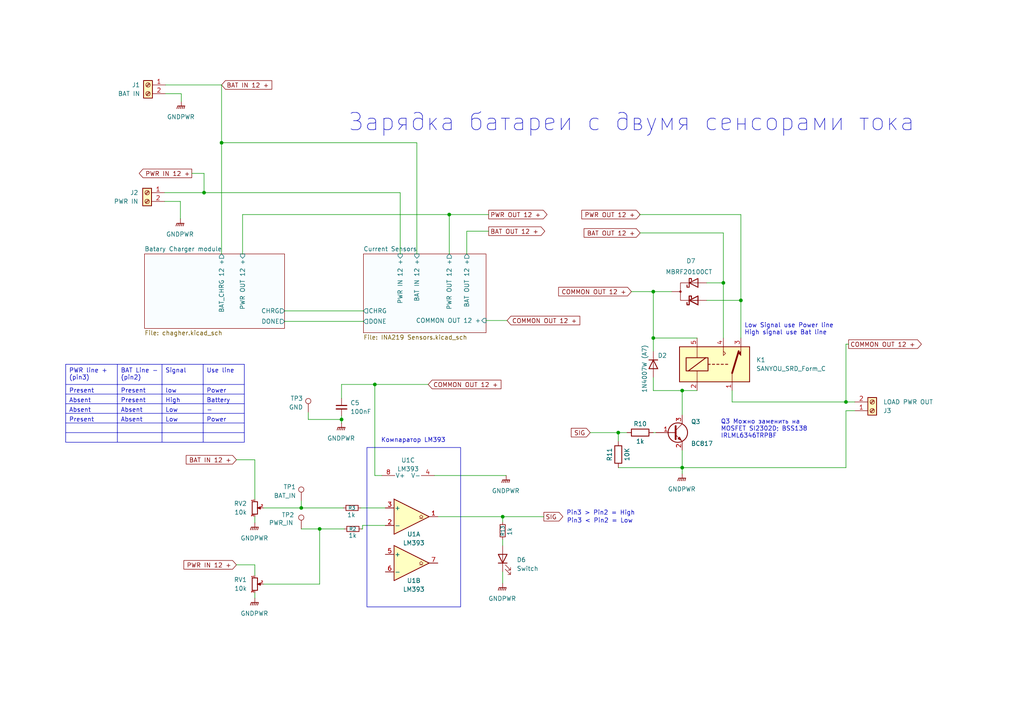
<source format=kicad_sch>
(kicad_sch (version 20250114) (generator "eeschema") (generator_version "9.0")
  (paper "A4")
  (lib_symbols
    (symbol "Comparator:LM393" (pin_names (offset 0.127))
      (property "Reference" "U" (at 3.81 3.81 0))
      (property "Value" "LM393" (at 6.35 -3.81 0))
      (symbol "LM393_1_1"
        (polyline (pts (xy -5.08 5.08) (xy 5.08 0) (xy -5.08 -5.08) (xy -5.08 5.08)) (stroke (width 0.254)) (fill (type background)))
        (polyline (pts (xy 3.302 -0.508) (xy 2.794 -0.508) (xy 3.302 0) (xy 2.794 0.508) (xy 2.286 0) (xy 2.794 -0.508) (xy 2.286 -0.508)) (stroke (width 0.127)))
        (pin input line (at -7.62 2.54 0) (length 2.54) (name "+") (number "3"))
        (pin input line (at -7.62 -2.54 0) (length 2.54) (name "-") (number "2"))
        (pin open_collector line (at 7.62 0 180) (length 2.54) (name "~") (number "1"))
      )
      (symbol "LM393_2_1"
        (polyline (pts (xy -5.08 5.08) (xy 5.08 0) (xy -5.08 -5.08) (xy -5.08 5.08)) (stroke (width 0.254)) (fill (type background)))
        (polyline (pts (xy 3.302 -0.508) (xy 2.794 -0.508) (xy 3.302 0) (xy 2.794 0.508) (xy 2.286 0) (xy 2.794 -0.508) (xy 2.286 -0.508)) (stroke (width 0.127)))
        (pin input line (at -7.62 2.54 0) (length 2.54) (name "+") (number "5"))
        (pin input line (at -7.62 -2.54 0) (length 2.54) (name "-") (number "6"))
        (pin open_collector line (at 7.62 0 180) (length 2.54) (name "~") (number "7"))
      )
      (symbol "LM393_3_1"
        (pin power_in line (at -2.54 7.62 270) (length 3.81) (name "V+") (number "8"))
        (pin power_in line (at -2.54 -7.62 90) (length 3.81) (name "V-") (number "4"))
      )
    )
    (symbol "Connector:Screw_Terminal_01x02" (pin_names (offset 1.016) (hide yes))
      (property "Reference" "J" (at 0 2.54 0))
      (property "Value" "Screw_Terminal_01x02" (at 0 -5.08 0))
      (symbol "Screw_Terminal_01x02_1_1"
        (rectangle (start -1.27 1.27) (end 1.27 -3.81) (stroke (width 0.254)) (fill (type background)))
        (polyline (pts (xy -0.5334 0.3302) (xy 0.3302 -0.508)) (stroke (width 0.1524)))
        (polyline (pts (xy -0.5334 -2.2098) (xy 0.3302 -3.048)) (stroke (width 0.1524)))
        (polyline (pts (xy -0.3556 0.508) (xy 0.508 -0.3302)) (stroke (width 0.1524)))
        (polyline (pts (xy -0.3556 -2.032) (xy 0.508 -2.8702)) (stroke (width 0.1524)))
        (circle (center 0 0) (radius 0.635) (stroke (width 0.1524)))
        (circle (center 0 -2.54) (radius 0.635) (stroke (width 0.1524)))
        (pin passive line (at -5.08 0 0) (length 3.81) (name "Pin_1") (number "1"))
        (pin passive line (at -5.08 -2.54 0) (length 3.81) (name "Pin_2") (number "2"))
      )
    )
    (symbol "Connector:TestPoint" (pin_numbers (hide yes)) (pin_names (offset 0.762) (hide yes))
      (property "Reference" "TP" (at 0 6.858 0))
      (property "Value" "TestPoint" (at 0 5.08 0))
      (symbol "TestPoint_0_1"
        (circle (center 0 3.302) (radius 0.762))
      )
      (symbol "TestPoint_1_1"
        (pin passive line (at 0 0 90) (length 2.54) (name "1") (number "1"))
      )
    )
    (symbol "Device:C_Small" (pin_numbers (hide yes)) (pin_names (offset 0.254) (hide yes))
      (property "Reference" "C" (at 0.254 1.778 0))
      (property "Value" "C_Small" (at 0.254 -2.032 0))
      (symbol "C_Small_0_1"
        (polyline (pts (xy -1.524 0.508) (xy 1.524 0.508)) (stroke (width 0.3048)))
        (polyline (pts (xy -1.524 -0.508) (xy 1.524 -0.508)) (stroke (width 0.3302)))
      )
      (symbol "C_Small_1_1"
        (pin passive line (at 0 2.54 270) (length 2.032) (name "~") (number "1"))
        (pin passive line (at 0 -2.54 90) (length 2.032) (name "~") (number "2"))
      )
    )
    (symbol "Device:D" (pin_numbers (hide yes)) (pin_names (offset 1.016) (hide yes))
      (property "Reference" "D" (at 0 2.54 0))
      (property "Value" "D" (at 0 -2.54 0))
      (symbol "D_0_1"
        (polyline (pts (xy -1.27 1.27) (xy -1.27 -1.27)) (stroke (width 0.254)))
        (polyline (pts (xy 1.27 1.27) (xy 1.27 -1.27) (xy -1.27 0) (xy 1.27 1.27)) (stroke (width 0.254)))
        (polyline (pts (xy 1.27 0) (xy -1.27 0)))
      )
      (symbol "D_1_1"
        (pin passive line (at -3.81 0 0) (length 2.54) (name "K") (number "1"))
        (pin passive line (at 3.81 0 180) (length 2.54) (name "A") (number "2"))
      )
    )
    (symbol "Device:LED" (pin_numbers (hide yes)) (pin_names (offset 1.016) (hide yes))
      (property "Reference" "D" (at 0 2.54 0))
      (property "Value" "LED" (at 0 -2.54 0))
      (symbol "LED_0_1"
        (polyline (pts (xy -3.048 -0.762) (xy -4.572 -2.286) (xy -3.81 -2.286) (xy -4.572 -2.286) (xy -4.572 -1.524)))
        (polyline (pts (xy -1.778 -0.762) (xy -3.302 -2.286) (xy -2.54 -2.286) (xy -3.302 -2.286) (xy -3.302 -1.524)))
        (polyline (pts (xy -1.27 0) (xy 1.27 0)))
        (polyline (pts (xy -1.27 -1.27) (xy -1.27 1.27)) (stroke (width 0.254)))
        (polyline (pts (xy 1.27 -1.27) (xy 1.27 1.27) (xy -1.27 0) (xy 1.27 -1.27)) (stroke (width 0.254)))
      )
      (symbol "LED_1_1"
        (pin passive line (at -3.81 0 0) (length 2.54) (name "K") (number "1"))
        (pin passive line (at 3.81 0 180) (length 2.54) (name "A") (number "2"))
      )
    )
    (symbol "Device:R" (pin_numbers (hide yes)) (pin_names (offset 0))
      (property "Reference" "R" (at 2.032 0 90))
      (property "Value" "R" (at 0 0 90))
      (symbol "R_0_1"
        (rectangle (start -1.016 -2.54) (end 1.016 2.54) (stroke (width 0.254)))
      )
      (symbol "R_1_1"
        (pin passive line (at 0 3.81 270) (length 1.27) (name "~") (number "1"))
        (pin passive line (at 0 -3.81 90) (length 1.27) (name "~") (number "2"))
      )
    )
    (symbol "Device:R_Potentiometer_Small" (pin_names (offset 1.016) (hide yes))
      (property "Reference" "RV" (at -4.445 0 90))
      (property "Value" "R_Potentiometer_Small" (at -2.54 0 90))
      (symbol "R_Potentiometer_Small_0_1"
        (rectangle (start 0.762 1.8034) (end -0.762 -1.8034) (stroke (width 0.254)))
        (polyline (pts (xy 0.889 0) (xy 0.635 0) (xy 1.651 0.381) (xy 1.651 -0.381) (xy 0.635 0) (xy 0.889 0)) (fill (type outline)))
      )
      (symbol "R_Potentiometer_Small_1_1"
        (pin passive line (at 0 2.54 270) (length 0.635) (name "1") (number "1"))
        (pin passive line (at 0 -2.54 90) (length 0.635) (name "3") (number "3"))
        (pin passive line (at 2.54 0 180) (length 0.9906) (name "2") (number "2"))
      )
    )
    (symbol "Device:R_Small" (pin_numbers (hide yes)) (pin_names (offset 0.254) (hide yes))
      (property "Reference" "R" (at 0 0 90))
      (property "Value" "R_Small" (at 1.778 0 90))
      (symbol "R_Small_0_1"
        (rectangle (start -0.762 1.778) (end 0.762 -1.778) (stroke (width 0.2032)))
      )
      (symbol "R_Small_1_1"
        (pin passive line (at 0 2.54 270) (length 0.762) (name "~") (number "1"))
        (pin passive line (at 0 -2.54 90) (length 0.762) (name "~") (number "2"))
      )
    )
    (symbol "Diode:C3D20065D" (pin_numbers (hide yes)) (pin_names (offset 1.016) (hide yes))
      (property "Reference" "D" (at 0 5.08 0))
      (property "Value" "C3D20065D" (at 0 -5.08 0))
      (symbol "C3D20065D_0_1"
        (polyline (pts (xy -2.54 2.54) (xy 0 2.54)))
        (polyline (pts (xy -2.54 1.27) (xy -2.54 3.81) (xy 0 2.54) (xy -2.54 1.27)) (stroke (width 0.254)))
        (polyline (pts (xy -2.54 -2.54) (xy 0 -2.54)))
        (polyline (pts (xy -2.54 -2.54) (xy 0 -2.54)))
        (polyline (pts (xy -2.54 -3.81) (xy -2.54 -1.27) (xy 0 -2.54) (xy -2.54 -3.81)) (stroke (width 0.254)))
        (polyline (pts (xy -2.54 -3.81) (xy -2.54 -1.27) (xy 0 -2.54) (xy -2.54 -3.81)) (stroke (width 0.254)))
        (polyline (pts (xy 0 2.54) (xy 2.54 2.54) (xy 2.54 -2.54) (xy 0 -2.54)))
        (polyline (pts (xy 0.635 1.905) (xy 0.635 1.27) (xy 0 1.27) (xy 0 3.81) (xy -0.635 3.81) (xy -0.635 3.175)) (stroke (width 0.254)))
        (polyline (pts (xy 0.635 -3.175) (xy 0.635 -3.81) (xy 0 -3.81) (xy 0 -1.27) (xy -0.635 -1.27) (xy -0.635 -1.905)) (stroke (width 0.254)))
        (polyline (pts (xy 0.635 -3.175) (xy 0.635 -3.81) (xy 0 -3.81) (xy 0 -1.27) (xy -0.635 -1.27) (xy -0.635 -1.905)) (stroke (width 0.254)))
        (circle (center 2.54 0) (radius 0.254) (fill (type outline)))
      )
      (symbol "C3D20065D_1_1"
        (pin passive line (at -5.08 2.54 0) (length 2.54) (name "A1") (number "1"))
        (pin passive line (at -5.08 -2.54 0) (length 2.54) (name "A2") (number "3"))
        (pin passive line (at 5.08 0 180) (length 2.54) (name "K") (number "2"))
      )
    )
    (symbol "Relay_Local:SANYOU_SRD_Form_C"
      (property "Reference" "K" (at 11.43 3.81 0))
      (property "Value" "SANYOU_SRD_Form_C" (at 11.43 1.27 0))
      (symbol "SANYOU_SRD_Form_C_0_1"
        (rectangle (start -10.16 5.08) (end 10.16 -5.08) (stroke (width 0.254)) (fill (type background)))
        (rectangle (start -8.255 1.905) (end -1.905 -1.905) (stroke (width 0.254)))
        (polyline (pts (xy -7.62 -1.905) (xy -2.54 1.905)) (stroke (width 0.254)))
        (polyline (pts (xy -5.08 5.08) (xy -5.08 1.905)))
        (polyline (pts (xy -5.08 -5.08) (xy -5.08 -1.905)))
        (polyline (pts (xy -1.905 0) (xy -1.27 0)) (stroke (width 0.254)))
        (polyline (pts (xy -0.635 0) (xy 0 0)) (stroke (width 0.254)))
        (polyline (pts (xy 0.635 0) (xy 1.27 0)) (stroke (width 0.254)))
        (polyline (pts (xy 1.905 0) (xy 2.54 0)) (stroke (width 0.254)))
        (polyline (pts (xy 3.175 0) (xy 3.81 0)) (stroke (width 0.254)))
        (polyline (pts (xy 5.08 -2.54) (xy 5.08 -5.08)))
        (polyline (pts (xy 5.08 -2.54) (xy 6.985 3.81)) (stroke (width 0.508)))
      )
      (symbol "SANYOU_SRD_Form_C_1_0"
        (polyline (pts (xy 7.62 5.08) (xy 7.62 2.54) (xy 6.985 3.175) (xy 7.62 3.81)) (fill (type outline)))
      )
      (symbol "SANYOU_SRD_Form_C_1_1"
        (polyline (pts (xy 2.54 3.81) (xy 3.175 3.175) (xy 2.54 2.54) (xy 2.54 5.08)))
        (pin passive line (at -5.08 7.62 270) (length 2.54) (name "~") (number "5"))
        (pin passive line (at -5.08 -7.62 90) (length 2.54) (name "~") (number "2"))
        (pin passive line (at 2.54 7.62 270) (length 2.54) (name "~") (number "4"))
        (pin passive line (at 5.08 -7.62 90) (length 2.54) (name "~") (number "1"))
        (pin passive line (at 7.62 7.62 270) (length 2.54) (name "~") (number "3"))
      )
    )
    (symbol "Transistor_BJT:BC817" (pin_names (offset 0) (hide yes))
      (property "Reference" "Q" (at 5.08 1.905 0))
      (property "Value" "BC817" (at 5.08 0 0))
      (symbol "BC817_0_1"
        (polyline (pts (xy 0.635 1.905) (xy 0.635 -1.905) (xy 0.635 -1.905)) (stroke (width 0.508)))
        (polyline (pts (xy 0.635 0.635) (xy 2.54 2.54)))
        (polyline (pts (xy 0.635 -0.635) (xy 2.54 -2.54) (xy 2.54 -2.54)))
        (circle (center 1.27 0) (radius 2.8194) (stroke (width 0.254)))
        (polyline (pts (xy 1.27 -1.778) (xy 1.778 -1.27) (xy 2.286 -2.286) (xy 1.27 -1.778) (xy 1.27 -1.778)) (fill (type outline)))
      )
      (symbol "BC817_1_1"
        (pin input line (at -5.08 0 0) (length 5.715) (name "B") (number "1"))
        (pin passive line (at 2.54 5.08 270) (length 2.54) (name "C") (number "3"))
        (pin passive line (at 2.54 -5.08 90) (length 2.54) (name "E") (number "2"))
      )
    )
    (symbol "power:GNDPWR" (power) (pin_numbers (hide yes)) (pin_names (offset 0) (hide yes))
      (property "Value" "GNDPWR" (at 0 -3.302 0))
      (symbol "GNDPWR_0_1"
        (polyline (pts (xy -1.016 -1.27) (xy -1.27 -2.032) (xy -1.27 -2.032)) (stroke (width 0.2032)))
        (polyline (pts (xy -0.508 -1.27) (xy -0.762 -2.032) (xy -0.762 -2.032)) (stroke (width 0.2032)))
        (polyline (pts (xy 0 -1.27) (xy 0 0)))
        (polyline (pts (xy 0 -1.27) (xy -0.254 -2.032) (xy -0.254 -2.032)) (stroke (width 0.2032)))
        (polyline (pts (xy 0.508 -1.27) (xy 0.254 -2.032) (xy 0.254 -2.032)) (stroke (width 0.2032)))
        (polyline (pts (xy 1.016 -1.27) (xy -1.016 -1.27) (xy -1.016 -1.27)) (stroke (width 0.2032)))
        (polyline (pts (xy 1.016 -1.27) (xy 0.762 -2.032) (xy 0.762 -2.032) (xy 0.762 -2.032)) (stroke (width 0.2032)))
      )
      (symbol "GNDPWR_1_1"
        (pin power_in line (at 0 0 270) (length 0) (name "~") (number "1"))
      )
    )
  )
  (rectangle (start 106.426 129.794) (end 133.604 176.022))
  (text "Компаратор LM393" (at 119.888 127.762 0) (effects (font (size 1.27 1.27))))
  (text "Pin3 > Pin2 = High" (at 174.244 148.844 0) (effects (font (size 1.27 1.27))))
  (text "Зарядка батареи с двумя сенсорами тока" (at 183.134 35.56 0) (effects (font (size 5 5))))
  (text "Q3 Можно заменить на \nMOSFET SI2302D; BSS138\nIRLML6346TRPBF" (at 209.042 127.254 0) (effects (font (size 1.27 1.27)) (justify left bottom)))
  (text "Low Signal use Power line\nHigh signal use Bat line" (at 215.9 97.282 0) (effects (font (size 1.27 1.27)) (justify left bottom)))
  (text "Bat > PWR Signal High" (at -36.068 105.918 0) (effects (font (size 1.27 1.27)) (justify left bottom)))
  (text "Pin3 > Pin2 Signal High" (at -36.576 108.712 0) (effects (font (size 1.27 1.27)) (justify left bottom)))
  (text "PWR > BAT Signal Low" (at -36.322 112.014 0) (effects (font (size 1.27 1.27)) (justify left bottom)))
  (text "Pin3 < Pin2 Signal High" (at -36.83 114.808 0) (effects (font (size 1.27 1.27)) (justify left bottom)))
  (text "Pin3 < Pin2 = Low" (at 173.99 151.13 0) (effects (font (size 1.27 1.27))))
  (junction (at 245.364 116.586))
  (junction (at 189.484 84.582))
  (junction (at 209.804 82.042))
  (junction (at 87.376 147.32))
  (junction (at 92.71 153.416))
  (junction (at 197.866 113.284))
  (junction (at 189.484 98.044))
  (junction (at 130.302 62.23))
  (junction (at 197.866 135.636))
  (junction (at 99.06 121.666))
  (junction (at 64.262 41.402))
  (junction (at 108.712 111.506))
  (junction (at 214.884 87.122))
  (junction (at 59.182 55.88))
  (junction (at 145.796 149.86))
  (junction (at 179.324 125.476))
  (wire (pts (xy 108.712 111.506) (xy 124.206 111.506)))
  (wire (pts (xy 204.978 87.122) (xy 214.884 87.122)))
  (wire (pts (xy 140.97 92.964) (xy 147.066 92.964)))
  (wire (pts (xy 135.382 67.056) (xy 135.382 73.66)))
  (wire (pts (xy 245.364 119.126) (xy 247.904 119.126)))
  (wire (pts (xy 70.358 62.23) (xy 70.358 73.66)))
  (wire (pts (xy 99.06 121.666) (xy 99.06 122.682)))
  (wire (pts (xy 104.648 147.32) (xy 111.76 147.32)))
  (wire (pts (xy 59.182 50.292) (xy 55.626 50.292)))
  (wire (pts (xy 73.914 133.35) (xy 73.914 144.78)))
  (wire (pts (xy 92.71 153.416) (xy 99.822 153.416)))
  (wire (pts (xy 125.984 137.922) (xy 146.812 137.922)))
  (wire (pts (xy 105.156 153.416) (xy 105.156 152.4)))
  (wire (pts (xy 209.804 82.042) (xy 209.804 98.044)))
  (wire (pts (xy 145.796 165.862) (xy 145.796 169.164)))
  (wire (pts (xy 99.06 111.506) (xy 108.712 111.506)))
  (wire (pts (xy 87.376 145.288) (xy 87.376 147.32)))
  (wire (pts (xy 59.182 55.88) (xy 116.078 55.88)))
  (wire (pts (xy 47.752 58.42) (xy 52.324 58.42)))
  (wire (pts (xy 209.804 67.564) (xy 209.804 82.042)))
  (wire (pts (xy 76.454 169.418) (xy 92.71 169.418)))
  (wire (pts (xy 214.884 62.23) (xy 214.884 87.122)))
  (wire (pts (xy 214.884 87.122) (xy 214.884 98.044)))
  (wire (pts (xy 47.752 55.88) (xy 59.182 55.88)))
  (wire (pts (xy 197.866 113.284) (xy 189.484 113.284)))
  (wire (pts (xy 145.796 149.86) (xy 157.734 149.86)))
  (wire (pts (xy 87.376 147.32) (xy 99.568 147.32)))
  (wire (pts (xy 89.408 121.666) (xy 99.06 121.666)))
  (wire (pts (xy 212.344 113.284) (xy 212.344 116.586)))
  (wire (pts (xy 64.262 41.402) (xy 64.262 73.66)))
  (wire (pts (xy 245.364 119.126) (xy 245.364 135.636)))
  (wire (pts (xy 204.978 82.042) (xy 209.804 82.042)))
  (wire (pts (xy 179.324 135.636) (xy 197.866 135.636)))
  (wire (pts (xy 64.262 24.638) (xy 64.262 41.402)))
  (wire (pts (xy 64.262 41.402) (xy 120.904 41.402)))
  (wire (pts (xy 194.818 84.582) (xy 189.484 84.582)))
  (wire (pts (xy 245.364 99.822) (xy 245.364 116.586)))
  (wire (pts (xy 171.196 125.476) (xy 179.324 125.476)))
  (wire (pts (xy 185.674 67.564) (xy 209.804 67.564)))
  (wire (pts (xy 82.55 90.17) (xy 105.41 90.17)))
  (wire (pts (xy 68.58 163.83) (xy 73.914 163.83)))
  (wire (pts (xy 130.302 62.23) (xy 130.302 73.66)))
  (wire (pts (xy 105.156 152.4) (xy 111.76 152.4)))
  (wire (pts (xy 108.712 137.922) (xy 110.744 137.922)))
  (wire (pts (xy 59.182 50.292) (xy 59.182 55.88)))
  (wire (pts (xy 73.914 149.86) (xy 73.914 151.638)))
  (wire (pts (xy 189.484 98.044) (xy 189.484 101.854)))
  (wire (pts (xy 135.382 67.056) (xy 141.732 67.056)))
  (wire (pts (xy 212.344 116.586) (xy 245.364 116.586)))
  (wire (pts (xy 197.866 135.636) (xy 245.364 135.636)))
  (wire (pts (xy 64.262 24.638) (xy 48.006 24.638)))
  (wire (pts (xy 127 149.86) (xy 145.796 149.86)))
  (wire (pts (xy 73.914 163.83) (xy 73.914 166.878)))
  (wire (pts (xy 52.324 58.42) (xy 52.324 63.5)))
  (wire (pts (xy 76.454 147.32) (xy 87.376 147.32)))
  (wire (pts (xy 73.914 171.958) (xy 73.914 173.482)))
  (wire (pts (xy 189.484 113.284) (xy 189.484 109.474)))
  (wire (pts (xy 82.55 93.218) (xy 105.41 93.218)))
  (wire (pts (xy 185.42 62.23) (xy 214.884 62.23)))
  (wire (pts (xy 130.302 62.23) (xy 70.358 62.23)))
  (wire (pts (xy 145.796 149.86) (xy 145.796 151.384)))
  (wire (pts (xy 197.866 137.414) (xy 197.866 135.636)))
  (wire (pts (xy 179.324 125.476) (xy 179.324 128.016)))
  (wire (pts (xy 104.902 153.416) (xy 105.156 153.416)))
  (wire (pts (xy 183.134 84.582) (xy 189.484 84.582)))
  (wire (pts (xy 48.006 27.178) (xy 52.578 27.178)))
  (wire (pts (xy 99.06 111.506) (xy 99.06 115.57)))
  (wire (pts (xy 179.324 125.476) (xy 181.864 125.476)))
  (wire (pts (xy 245.364 116.586) (xy 247.904 116.586)))
  (wire (pts (xy 141.732 62.23) (xy 130.302 62.23)))
  (wire (pts (xy 197.866 113.284) (xy 197.866 120.396)))
  (wire (pts (xy 120.904 41.402) (xy 120.904 73.66)))
  (wire (pts (xy 189.484 125.476) (xy 190.246 125.476)))
  (wire (pts (xy 87.376 153.416) (xy 92.71 153.416)))
  (wire (pts (xy 202.184 113.284) (xy 197.866 113.284)))
  (wire (pts (xy 108.712 111.506) (xy 108.712 137.922)))
  (wire (pts (xy 92.71 153.416) (xy 92.71 169.418)))
  (wire (pts (xy 68.58 133.35) (xy 73.914 133.35)))
  (wire (pts (xy 116.078 55.88) (xy 116.078 73.66)))
  (wire (pts (xy 145.796 156.464) (xy 145.796 158.242)))
  (wire (pts (xy 89.408 119.634) (xy 89.408 121.666)))
  (wire (pts (xy 197.866 130.556) (xy 197.866 135.636)))
  (wire (pts (xy 245.364 99.822) (xy 246.126 99.822)))
  (wire (pts (xy 189.484 84.582) (xy 189.484 98.044)))
  (wire (pts (xy 99.06 120.65) (xy 99.06 121.666)))
  (wire (pts (xy 52.578 27.178) (xy 52.578 29.464)))
  (wire (pts (xy 189.484 98.044) (xy 202.184 98.044)))
  (table (column_count 4) (border (external yes) (header yes)) (separators (rows yes) (cols yes)) (column_widths 14.986 12.954 11.938 11.938) (row_heights 5.842 2.794 2.794 2.794 2.794 2.794 2.794) (cells (table_cell "PWR line + (pin3)" (at 19.05 105.664 0) (size 14.986 5.842) (margins 0.9525 0.9525 0.9525 0.9525) (span 1 1)) (table_cell "BAT Line - (pin2)" (at 34.036 105.664 0) (size 12.954 5.842) (margins 0.9525 0.9525 0.9525 0.9525) (span 1 1)) (table_cell "Signal" (at 46.99 105.664 0) (size 11.938 5.842) (margins 0.9525 0.9525 0.9525 0.9525) (span 1 1)) (table_cell "Use line" (at 58.928 105.664 0) (size 11.938 5.842) (margins 0.9525 0.9525 0.9525 0.9525) (span 1 1)) (table_cell "Present" (at 19.05 111.506 0) (size 14.986 2.794) (margins 0.9525 0.9525 0.9525 0.9525) (span 1 1)) (table_cell "Present" (at 34.036 111.506 0) (size 12.954 2.794) (margins 0.9525 0.9525 0.9525 0.9525) (span 1 1)) (table_cell "low" (at 46.99 111.506 0) (size 11.938 2.794) (margins 0.9525 0.9525 0.9525 0.9525) (span 1 1)) (table_cell "Power" (at 58.928 111.506 0) (size 11.938 2.794) (margins 0.9525 0.9525 0.9525 0.9525) (span 1 1)) (table_cell "Absent" (at 19.05 114.3 0) (size 14.986 2.794) (margins 0.9525 0.9525 0.9525 0.9525) (span 1 1)) (table_cell "Present" (at 34.036 114.3 0) (size 12.954 2.794) (margins 0.9525 0.9525 0.9525 0.9525) (span 1 1)) (table_cell "High" (at 46.99 114.3 0) (size 11.938 2.794) (margins 0.9525 0.9525 0.9525 0.9525) (span 1 1)) (table_cell "Battery" (at 58.928 114.3 0) (size 11.938 2.794) (margins 0.9525 0.9525 0.9525 0.9525) (span 1 1)) (table_cell "Absent" (at 19.05 117.094 0) (size 14.986 2.794) (margins 0.9525 0.9525 0.9525 0.9525) (span 1 1)) (table_cell "Absent" (at 34.036 117.094 0) (size 12.954 2.794) (margins 0.9525 0.9525 0.9525 0.9525) (span 1 1)) (table_cell "Low" (at 46.99 117.094 0) (size 11.938 2.794) (margins 0.9525 0.9525 0.9525 0.9525) (span 1 1)) (table_cell "-" (at 58.928 117.094 0) (size 11.938 2.794) (margins 0.9525 0.9525 0.9525 0.9525) (span 1 1)) (table_cell "Present" (at 19.05 119.888 0) (size 14.986 2.794) (margins 0.9525 0.9525 0.9525 0.9525) (span 1 1)) (table_cell "Absent" (at 34.036 119.888 0) (size 12.954 2.794) (margins 0.9525 0.9525 0.9525 0.9525) (span 1 1)) (table_cell "Low" (at 46.99 119.888 0) (size 11.938 2.794) (margins 0.9525 0.9525 0.9525 0.9525) (span 1 1)) (table_cell "Power" (at 58.928 119.888 0) (size 11.938 2.794) (margins 0.9525 0.9525 0.9525 0.9525) (span 1 1)) (table_cell "" (at 19.05 122.682 0) (size 14.986 2.794) (margins 0.9525 0.9525 0.9525 0.9525) (span 1 1)) (table_cell "" (at 34.036 122.682 0) (size 12.954 2.794) (margins 0.9525 0.9525 0.9525 0.9525) (span 1 1)) (table_cell "" (at 46.99 122.682 0) (size 11.938 2.794) (margins 0.9525 0.9525 0.9525 0.9525) (span 1 1)) (table_cell "" (at 58.928 122.682 0) (size 11.938 2.794) (margins 0.9525 0.9525 0.9525 0.9525) (span 1 1)) (table_cell "" (at 19.05 125.476 0) (size 14.986 2.794) (margins 0.9525 0.9525 0.9525 0.9525) (span 1 1)) (table_cell "" (at 34.036 125.476 0) (size 12.954 2.794) (margins 0.9525 0.9525 0.9525 0.9525) (span 1 1)) (table_cell "" (at 46.99 125.476 0) (size 11.938 2.794) (margins 0.9525 0.9525 0.9525 0.9525) (span 1 1)) (table_cell "" (at 58.928 125.476 0) (size 11.938 2.794) (margins 0.9525 0.9525 0.9525 0.9525) (span 1 1))))
  (global_label "BAT IN 12 +" (shape input) (at 64.262 24.638 0) (property "Intersheetrefs" "${INTERSHEET_REFS}" (effects (hide yes))))
  (global_label "SIG" (shape output) (at 157.734 149.86 0) (property "Intersheetrefs" "${INTERSHEET_REFS}" (effects (hide yes))))
  (global_label "SIG" (shape input) (at 171.196 125.476 180) (property "Intersheetrefs" "${INTERSHEET_REFS}" (effects (hide yes))))
  (global_label "BAT OUT 12 +" (shape output) (at 141.732 67.056 0) (property "Intersheetrefs" "${INTERSHEET_REFS}" (effects (hide yes))))
  (global_label "PWR IN 12 +" (shape output) (at 55.626 50.292 180) (property "Intersheetrefs" "${INTERSHEET_REFS}" (effects (hide yes))))
  (global_label "COMMON OUT 12 +" (shape output) (at 246.126 99.822 0) (property "Intersheetrefs" "${INTERSHEET_REFS}" (effects (hide yes))))
  (global_label "COMMON OUT 12 +" (shape input) (at 147.066 92.964 0) (property "Intersheetrefs" "${INTERSHEET_REFS}" (effects (hide yes))))
  (global_label "COMMON OUT 12 +" (shape input) (at 124.206 111.506 0) (property "Intersheetrefs" "${INTERSHEET_REFS}" (effects (hide yes))))
  (global_label "PWR IN 12 +" (shape input) (at 68.58 163.83 180) (property "Intersheetrefs" "${INTERSHEET_REFS}" (effects (hide yes))))
  (global_label "BAT OUT 12 +" (shape input) (at 185.674 67.564 180) (property "Intersheetrefs" "${INTERSHEET_REFS}" (effects (hide yes))))
  (global_label "PWR OUT 12 +" (shape output) (at 141.732 62.23 0) (property "Intersheetrefs" "${INTERSHEET_REFS}" (effects (hide yes))))
  (global_label "COMMON OUT 12 +" (shape input) (at 183.134 84.582 180) (property "Intersheetrefs" "${INTERSHEET_REFS}" (effects (hide yes))))
  (global_label "PWR OUT 12 +" (shape input) (at 185.674 62.23 180) (property "Intersheetrefs" "${INTERSHEET_REFS}" (effects (hide yes))))
  (global_label "BAT IN 12 +" (shape input) (at 68.58 133.35 180) (property "Intersheetrefs" "${INTERSHEET_REFS}" (effects (hide yes))))
  (symbol (lib_id "power:GNDPWR") (at 73.914 173.482 0) (unit 1)
    (property "Reference" "#PWR011" (effects (hide yes)))
    (property "Value" "GNDPWR" (at 73.787 177.927 0))
    (property "Description" "Power symbol creates a global label with name \"GNDPWR\" , global ground" (effects (hide yes)))
  )
  (symbol (lib_id "Device:D") (at 189.484 105.664 270) (unit 1)
    (property "Reference" "D2" (at 190.754 103.124 90) (effects (justify left)))
    (property "Value" "1N4007W (A7)" (at 186.944 99.949 0) (effects (justify left)))
    (property "Footprint" "Diode_SMD:D_SOD-123F" (effects (hide yes)))
  )
  (symbol (lib_id "Transistor_BJT:BC817") (at 195.326 125.476 0) (unit 1)
    (property "Reference" "Q3" (at 200.406 122.301 0) (effects (justify left)))
    (property "Value" "BC817" (at 200.406 128.651 0) (effects (justify left)))
    (property "Footprint" "Package_TO_SOT_SMD:SOT-23" (effects (hide yes)))
    (property "Datasheet" "https://www.onsemi.com/pub/Collateral/BC818-D.pdf" (effects (hide yes)))
  )
  (symbol (lib_id "Device:R") (at 179.324 131.826 180) (unit 1)
    (property "Reference" "R11" (at 176.784 131.826 90))
    (property "Value" "10K" (at 181.864 131.826 90))
    (property "Footprint" "Resistor_SMD:R_0805_2012Metric_Pad1.20x1.40mm_HandSolder" (effects (hide yes)))
  )
  (symbol (lib_id "power:GNDPWR") (at 99.06 122.682 0) (unit 1)
    (property "Reference" "#PWR016" (effects (hide yes)))
    (property "Value" "GNDPWR" (at 98.933 127.127 0))
    (property "Description" "Power symbol creates a global label with name \"GNDPWR\" , global ground" (effects (hide yes)))
  )
  (symbol (lib_id "Device:C_Small") (at 99.06 118.11 0) (unit 1)
    (property "Reference" "C5" (at 101.6 116.8462 0) (effects (justify left)))
    (property "Value" "100nF" (at 101.6 119.3862 0) (effects (justify left)))
    (property "Footprint" "Capacitor_SMD:C_0805_2012Metric_Pad1.18x1.45mm_HandSolder" (effects (hide yes)))
    (property "Description" "Unpolarized capacitor, small symbol" (effects (hide yes)))
  )
  (symbol (lib_id "Device:LED") (at 145.796 162.052 90) (unit 1)
    (property "Reference" "D6" (at 149.86 162.3694 90) (effects (justify right)))
    (property "Value" "Switch" (at 149.86 164.9094 90) (effects (justify right)))
    (property "Footprint" "LED_SMD:LED_0603_1608Metric_Pad1.05x0.95mm_HandSolder" (effects (hide yes)))
    (property "Description" "Light emitting diode" (effects (hide yes)))
    (property "Sim.Pins" "1=K 2=A" (effects (hide yes)))
  )
  (symbol (lib_id "power:GNDPWR") (at 145.796 169.164 0) (unit 1)
    (property "Reference" "#PWR017" (effects (hide yes)))
    (property "Value" "GNDPWR" (at 145.669 173.609 0))
    (property "Description" "Power symbol creates a global label with name \"GNDPWR\" , global ground" (effects (hide yes)))
  )
  (symbol (lib_id "power:GNDPWR") (at 52.324 63.5 0) (unit 1)
    (property "Reference" "#PWR06" (effects (hide yes)))
    (property "Value" "GNDPWR" (at 52.197 67.945 0))
    (property "Description" "Power symbol creates a global label with name \"GNDPWR\" , global ground" (effects (hide yes)))
  )
  (symbol (lib_id "Device:R_Potentiometer_Small") (at 73.914 169.418 0) (unit 1)
    (property "Reference" "RV1" (at 71.628 168.1479 0) (effects (justify right)))
    (property "Value" "10k" (at 71.628 170.6879 0) (effects (justify right)))
    (property "Footprint" "Potentiometer_THT:Potentiometer_Bourns_3296W_Vertical" (effects (hide yes)))
    (property "Description" "Potentiometer" (effects (hide yes)))
  )
  (symbol (lib_id "power:GNDPWR") (at 73.914 151.638 0) (unit 1)
    (property "Reference" "#PWR09" (effects (hide yes)))
    (property "Value" "GNDPWR" (at 73.787 156.083 0))
    (property "Description" "Power symbol creates a global label with name \"GNDPWR\" , global ground" (effects (hide yes)))
  )
  (symbol (lib_id "Connector:TestPoint") (at 89.408 119.634 0) (mirror y) (unit 1)
    (property "Reference" "TP3" (at 87.884 115.57 0) (effects (justify left)))
    (property "Value" "GND" (at 87.884 118.11 0) (effects (justify left)))
    (property "Footprint" "TestPoint:TestPoint_Loop_D2.50mm_Drill1.85mm" (effects (hide yes)))
    (property "Description" "test point" (effects (hide yes)))
  )
  (symbol (lib_id "power:GNDPWR") (at 146.812 137.922 0) (unit 1)
    (property "Reference" "#PWR08" (effects (hide yes)))
    (property "Value" "GNDPWR" (at 146.685 142.367 0))
    (property "Description" "Power symbol creates a global label with name \"GNDPWR\" , global ground" (effects (hide yes)))
  )
  (symbol (lib_id "Device:R_Small") (at 102.108 147.32 270) (mirror x) (unit 1)
    (property "Reference" "R3" (at 103.124 147.32 90) (effects (font (size 1.016 1.016)) (justify right)))
    (property "Value" "1k" (at 103.124 149.352 90) (effects (justify right)))
    (property "Footprint" "Resistor_SMD:R_0805_2012Metric_Pad1.20x1.40mm_HandSolder" (effects (hide yes)))
    (property "Description" "Resistor, small symbol" (effects (hide yes)))
  )
  (symbol (lib_id "Connector:Screw_Terminal_01x02") (at 252.984 119.126 0) (mirror x) (unit 1)
    (property "Reference" "J3" (at 256.159 119.1261 0) (effects (justify left)))
    (property "Value" "LOAD PWR OUT" (at 256.159 116.5861 0) (effects (justify left)))
    (property "Footprint" "TerminalBlock_Local:ScrewTerminal_KF7.62_2P" (effects (hide yes)))
    (property "Description" "Generic screw terminal, single row, 01x02, script generated (kicad-library-utils/schlib/autogen/connector/)" (effects (hide yes)))
  )
  (symbol (lib_id "Connector:TestPoint") (at 87.376 153.416 0) (unit 1)
    (property "Reference" "TP2" (at 85.344 149.352 0) (effects (justify right)))
    (property "Value" "PWR_IN" (at 85.09 151.638 0) (effects (justify right)))
    (property "Footprint" "TestPoint:TestPoint_Loop_D2.50mm_Drill1.85mm" (effects (hide yes)))
    (property "Description" "test point" (effects (hide yes)))
  )
  (symbol (lib_id "Device:R") (at 185.674 125.476 90) (unit 1)
    (property "Reference" "R10" (at 185.674 122.936 90))
    (property "Value" "1k" (at 185.674 128.016 90))
    (property "Footprint" "Resistor_SMD:R_0805_2012Metric_Pad1.20x1.40mm_HandSolder" (effects (hide yes)))
  )
  (symbol (lib_id "Connector:Screw_Terminal_01x02") (at 42.672 55.88 0) (mirror y) (unit 1)
    (property "Reference" "J2" (at 40.132 55.8799 0) (effects (justify left)))
    (property "Value" "PWR IN" (at 40.132 58.4199 0) (effects (justify left)))
    (property "Footprint" "TerminalBlock_Local:ScrewTerminal_KF7.62_2P" (effects (hide yes)))
    (property "Description" "Generic screw terminal, single row, 01x02, script generated (kicad-library-utils/schlib/autogen/connector/)" (effects (hide yes)))
  )
  (symbol (lib_id "Device:R_Small") (at 145.796 153.924 0) (mirror y) (unit 1)
    (property "Reference" "R13" (at 145.796 152.4 90) (effects (font (size 1.016 1.016)) (justify right)))
    (property "Value" "1k" (at 147.828 152.908 90) (effects (justify right)))
    (property "Footprint" "Resistor_SMD:R_0805_2012Metric_Pad1.20x1.40mm_HandSolder" (effects (hide yes)))
    (property "Description" "Resistor, small symbol" (effects (hide yes)))
  )
  (symbol (lib_id "Comparator:LM393") (at 119.38 149.86 0) (unit 1)
    (property "Reference" "U1" (at 120.015 154.94 0))
    (property "Value" "LM393" (at 120.015 157.48 0))
    (property "Footprint" "Package_SO:SOP-8_3.76x4.96mm_P1.27mm" (effects (hide yes)))
    (property "Datasheet" "http://www.ti.com/lit/ds/symlink/lm393.pdf" (effects (hide yes)))
    (property "Description" "Low-Power, Low-Offset Voltage, Dual Comparators, DIP-8/SOIC-8/TO-99-8" (effects (hide yes)))
  )
  (symbol (lib_id "Connector:TestPoint") (at 87.376 145.288 0) (mirror y) (unit 1)
    (property "Reference" "TP1" (at 85.852 141.224 0) (effects (justify left)))
    (property "Value" "BAT_IN" (at 85.852 143.764 0) (effects (justify left)))
    (property "Footprint" "TestPoint:TestPoint_Loop_D2.50mm_Drill1.85mm" (effects (hide yes)))
    (property "Description" "test point" (effects (hide yes)))
  )
  (symbol (lib_id "Diode:C3D20065D") (at 199.898 84.582 0) (mirror y) (unit 1)
    (property "Reference" "D7" (at 200.406 75.692 0))
    (property "Value" "MBRF20100CT" (at 199.8345 78.867 0))
    (property "Footprint" "Package_TO_SOT_THT:TO-247-3_Vertical" (effects (hide yes)))
    (property "Datasheet" "https://www.wolfspeed.com/media/downloads/102/C3D20065D.pdf" (effects (hide yes)))
    (property "Description" "650V, 20A, SiC Schottky Diode, TO-247-3" (effects (hide yes)))
  )
  (symbol (lib_id "power:GNDPWR") (at 197.866 137.414 0) (unit 1)
    (property "Reference" "#PWR010" (effects (hide yes)))
    (property "Value" "GNDPWR" (at 197.739 141.859 0))
    (property "Description" "Power symbol creates a global label with name \"GNDPWR\" , global ground" (effects (hide yes)))
  )
  (symbol (lib_id "power:GNDPWR") (at 52.578 29.464 0) (unit 1)
    (property "Reference" "#PWR05" (effects (hide yes)))
    (property "Value" "GNDPWR" (at 52.451 33.909 0))
    (property "Description" "Power symbol creates a global label with name \"GNDPWR\" , global ground" (effects (hide yes)))
  )
  (symbol (lib_id "Comparator:LM393") (at 119.38 163.322 0) (unit 2)
    (property "Reference" "U1" (at 120.015 168.402 0))
    (property "Value" "LM393" (at 120.015 170.942 0))
    (property "Footprint" "Package_SO:SOP-8_3.76x4.96mm_P1.27mm" (effects (hide yes)))
    (property "Datasheet" "http://www.ti.com/lit/ds/symlink/lm393.pdf" (effects (hide yes)))
    (property "Description" "Low-Power, Low-Offset Voltage, Dual Comparators, DIP-8/SOIC-8/TO-99-8" (effects (hide yes)))
  )
  (symbol (lib_id "Relay_Local:SANYOU_SRD_Form_C") (at 207.264 105.664 0) (unit 1)
    (property "Reference" "K1" (at 219.329 104.3939 0) (effects (justify left)))
    (property "Value" "SANYOU_SRD_Form_C" (at 219.329 106.9339 0) (effects (justify left)))
    (property "Footprint" "Relay_THT:Relay_SPDT_SANYOU_SRD_Series_Form_C" (effects (hide yes)))
    (property "Datasheet" "http://www.sanyourelay.ca/public/products/pdf/SRD.pdf" (effects (hide yes)))
    (property "Description" "Sanyo SRD relay, Single Pole Miniature Power Relay," (effects (hide yes)))
  )
  (symbol (lib_id "Device:R_Potentiometer_Small") (at 73.914 147.32 0) (unit 1)
    (property "Reference" "RV2" (at 71.628 146.0499 0) (effects (justify right)))
    (property "Value" "10k" (at 71.628 148.5899 0) (effects (justify right)))
    (property "Footprint" "Potentiometer_THT:Potentiometer_Bourns_3296W_Vertical" (effects (hide yes)))
    (property "Description" "Potentiometer" (effects (hide yes)))
  )
  (symbol (lib_id "Connector:Screw_Terminal_01x02") (at 42.926 24.638 0) (mirror y) (unit 1)
    (property "Reference" "J1" (at 40.64 24.6379 0) (effects (justify left)))
    (property "Value" "BAT IN" (at 40.64 27.1779 0) (effects (justify left)))
    (property "Footprint" "TerminalBlock_Local:ScrewTerminal_KF7.62_2P" (effects (hide yes)))
    (property "Description" "Generic screw terminal, single row, 01x02, script generated (kicad-library-utils/schlib/autogen/connector/)" (effects (hide yes)))
  )
  (symbol (lib_id "Device:R_Small") (at 102.362 153.416 270) (unit 1)
    (property "Reference" "R2" (at 103.378 153.416 90) (effects (font (size 1.016 1.016)) (justify right)))
    (property "Value" "1k" (at 103.505 155.3211 90) (effects (justify right)))
    (property "Footprint" "Resistor_SMD:R_0805_2012Metric_Pad1.20x1.40mm_HandSolder" (effects (hide yes)))
    (property "Description" "Resistor, small symbol" (effects (hide yes)))
  )
  (symbol (lib_id "Comparator:LM393") (at 118.364 135.382 90) (unit 3)
    (property "Reference" "U1" (at 118.364 133.477 90))
    (property "Value" "LM393" (at 118.364 136.017 90))
    (property "Footprint" "Package_SO:SOP-8_3.76x4.96mm_P1.27mm" (effects (hide yes)))
    (property "Datasheet" "http://www.ti.com/lit/ds/symlink/lm393.pdf" (effects (hide yes)))
    (property "Description" "Low-Power, Low-Offset Voltage, Dual Comparators, DIP-8/SOIC-8/TO-99-8" (effects (hide yes)))
  )
  (sheet (at 105.41 73.66) (size 35.56 22.86) (stroke (width 0.1524)) (fill (color 249 253 255 1.0000))
    (property "Sheetname" "Current Sensors" (at 105.41 72.9484 0) (effects (justify left bottom)))
    (property "Sheetfile" "INA219 Sensors.kicad_sch" (at 105.41 97.1046 0) (effects (justify left top)))
    (pin "CHRG" output (at 105.41 90.17 180))
    (pin "DONE" output (at 105.41 93.218 180))
    (pin "BAT OUT 12 +" output (at 135.382 73.66 90))
    (pin "BAT IN 12 +" input (at 120.904 73.66 90))
    (pin "PWR IN 12 +" input (at 116.078 73.66 90))
    (pin "PWR OUT 12 +" output (at 130.302 73.66 90))
    (pin "COMMON OUT 12 +" input (at 140.97 92.964 0))
  )
  (sheet (at 41.91 73.66) (size 40.64 21.59) (stroke (width 0.1524)) (fill (color 249 253 255 1.0000))
    (property "Sheetname" "Batary Charger module" (at 41.91 72.9484 0) (effects (justify left bottom)))
    (property "Sheetfile" "chagher.kicad_sch" (at 41.91 95.8346 0) (effects (justify left top)))
    (pin "CHRG" output (at 82.55 90.17 0))
    (pin "DONE" output (at 82.55 93.218 0))
    (pin "BAT_CHRG 12 +" output (at 64.262 73.66 90))
    (pin "PWR OUT 12 +" input (at 70.358 73.66 90))
  )
)
</source>
